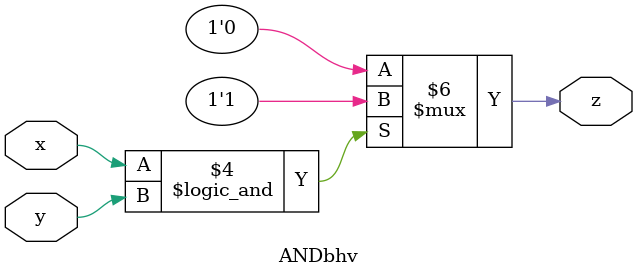
<source format=v>
module ANDbhv (x,y,z);
input x,y;
output z;
reg z;

always @(x or y) begin
    if((x==1)&&(y==1))
    z=1;
    else
    z=0;
end
endmodule
</source>
